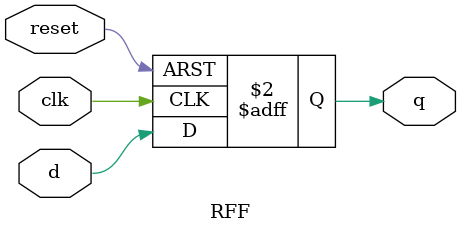
<source format=v>
module RFF(input d, clk, reset, output reg q);
always @(posedge clk or posedge reset)
    if(reset)
	    q <= 0;
	else
	    q <= d;
endmodule
</source>
